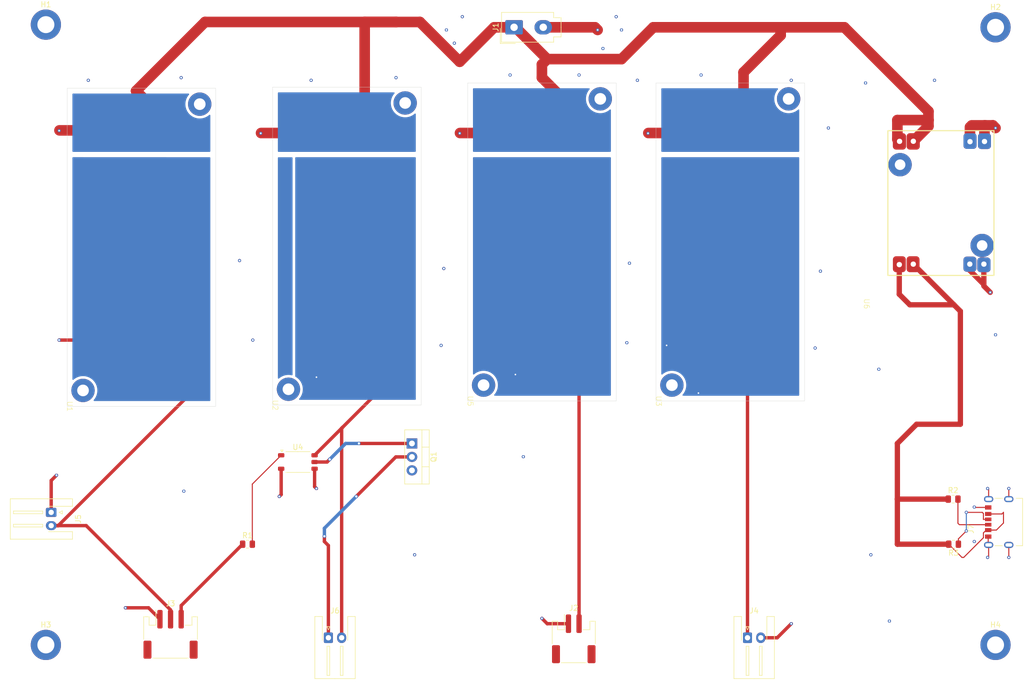
<source format=kicad_pcb>
(kicad_pcb (version 20241229) (generator "pcbnew") (generator_version "9.0")
  (layers (0 "F.Cu" signal) (2 "B.Cu" signal) (13 "F.Paste" user) (15 "B.Paste" user) (5 "F.SilkS" user "F.Silkscreen") (7 "B.SilkS" user "B.Silkscreen") (1 "F.Mask" user) (3 "B.Mask" user) (25 "Edge.Cuts" user))
  (net 0 "")
  (net 1 "-BATT")
  (net 2 "+BATT")
  (net 3 "/12V Reg3")
  (net 4 "/Reg3 GND")
  (net 5 "/Reg1 GND")
  (net 6 "/LiDAR On Pin")
  (net 7 "/12V Reg1")
  (net 8 "/19V GND")
  (net 9 "/19V")
  (net 10 "/12V Reg2")
  (net 11 "/LiDAR GND")
  (net 12 "/5V Reg1")
  (net 13 "/5V GND")
  (net 14 "/LiDAR Wire")
  (net 15 "/Reg2 GND")
  (net 16 "Net-(U4-Anode)")
  (net 17 "Net-(J7-CC1)")
  (net 18 "Net-(J7-CC2)")
  (footprint "MountingHole:MountingHole_3.2mm_M3_ISO7380_Pad" (layer "F.Cu") (at 15.5 132.5)
    (property "Reference" "H3" (at 0 -3.8 0) (layer "F.SilkS"))
    (property "Value" "MountingHole")
    (pad "1" thru_hole circle (at 0 0) (size 5.7 5.7) (drill 3.2) (layers "*.Cu" "*.Mask"))
  )
  (footprint "Resistor_SMD:R_0805_2012Metric" (layer "F.Cu") (at 186.5 105)
    (property "Reference" "R2" (at 0 -1.65 0) (layer "F.SilkS"))
    (property "Value" "10k")
    (fp_line (start -0.227064 -0.735) (end 0.227064 -0.735) (stroke (width 0.12)) (layer "F.SilkS"))
    (fp_line (start -0.227064 0.735) (end 0.227064 0.735) (stroke (width 0.12)) (layer "F.SilkS"))
    (pad "1" smd roundrect (at -0.9125 0) (size 1.025 1.4) (layers "F.Cu" "F.Mask" "F.Paste") (roundrect_rratio 0.243902) (net 12 "/5V Reg1"))
    (pad "2" smd roundrect (at 0.9125 0) (size 1.025 1.4) (layers "F.Cu" "F.Mask" "F.Paste") (roundrect_rratio 0.243902) (net 17 "Net-(J7-CC1)"))
  )
  (footprint "PowerDistro - now with 2 extra buck converters:Buck_Converter_Footprint" (layer "F.Cu") (at 130.5 86.5 -90)
    (property "Reference" "U3" (at 0 -0.5 270) (layer "F.SilkS") (effects (font (thickness 0.1))))
    (property "Value" "~")
    (fp_rect (start -60 -28) (end 0 0) (stroke (width 0.05)) (fill no) (layer "Edge.Cuts"))
    (pad "1" thru_hole circle (at -57 -25 270) (size 4.4 4.4) (drill 2.2) (layers "*.Cu" "*.Mask"))
    (pad "1" smd roundrect (at -50.5 -24 180) (size 3 4.2) (layers "F.Cu" "F.Mask" "F.Paste") (net 2 "+BATT"))
    (pad "1" thru_hole circle (at -3 -3 270) (size 4.4 4.4) (drill 2.2) (layers "*.Cu" "*.Mask"))
    (pad "2" smd roundrect (at -50.5 -6.5 180) (size 3 4.2) (layers "F.Cu" "F.Mask" "F.Paste") (net 1 "-BATT"))
    (pad "3" smd roundrect (at -12.5 -24 180) (size 3 4.2) (layers "F.Cu" "F.Mask" "F.Paste") (net 9 "/19V"))
    (pad "4" smd roundrect (at -12.5 -6.5 180) (size 3 4.2) (layers "F.Cu" "F.Mask" "F.Paste") (net 8 "/19V GND"))
  )
  (footprint "Resistor_SMD:R_0805_2012Metric" (layer "F.Cu") (at 186.5875 113.5 180)
    (property "Reference" "R3" (at 0 -1.65 0) (layer "F.SilkS"))
    (property "Value" "10k")
    (fp_line (start -0.227064 0.735) (end 0.227064 0.735) (stroke (width 0.12)) (layer "F.SilkS"))
    (fp_line (start -0.227064 -0.735) (end 0.227064 -0.735) (stroke (width 0.12)) (layer "F.SilkS"))
    (pad "1" smd roundrect (at -0.9125 0 180) (size 1.025 1.4) (layers "F.Cu" "F.Mask" "F.Paste") (roundrect_rratio 0.243902) (net 18 "Net-(J7-CC2)"))
    (pad "2" smd roundrect (at 0.9125 0 180) (size 1.025 1.4) (layers "F.Cu" "F.Mask" "F.Paste") (roundrect_rratio 0.243902) (net 12 "/5V Reg1"))
  )
  (footprint "Connector_JST:JST_PH_S2B-PH-SM4-TB_1x02-1MP_P2.00mm_Horizontal" (layer "F.Cu") (at 115 131.35)
    (property "Reference" "J2" (at 0 -5.8 0) (layer "F.SilkS"))
    (property "Value" "~")
    (fp_line (start -4.06 -3.31) (end -3.04 -3.31) (stroke (width 0.12)) (layer "F.SilkS"))
    (fp_line (start -4.06 0.94) (end -4.06 -3.31) (stroke (width 0.12)) (layer "F.SilkS"))
    (fp_line (start -3.04 -3.31) (end -3.04 -1.71) (stroke (width 0.12)) (layer "F.SilkS"))
    (fp_line (start -3.04 -1.71) (end -1.76 -1.71) (stroke (width 0.12)) (layer "F.SilkS"))
    (fp_line (start -2.34 4.51) (end 2.34 4.51) (stroke (width 0.12)) (layer "F.SilkS"))
    (fp_line (start -1.76 -1.71) (end -1.76 -4.6) (stroke (width 0.12)) (layer "F.SilkS"))
    (fp_line (start 3.04 -3.31) (end 3.04 -1.71) (stroke (width 0.12)) (layer "F.SilkS"))
    (fp_line (start 3.04 -1.71) (end 1.76 -1.71) (stroke (width 0.12)) (layer "F.SilkS"))
    (fp_line (start 4.06 -3.31) (end 3.04 -3.31) (stroke (width 0.12)) (layer "F.SilkS"))
    (fp_line (start 4.06 0.94) (end 4.06 -3.31) (stroke (width 0.12)) (layer "F.SilkS"))
    (pad "1" smd roundrect (at -1 -2.85) (size 1 3.5) (layers "F.Cu" "F.Mask" "F.Paste") (net 4 "/Reg3 GND"))
    (pad "2" smd roundrect (at 1 -2.85) (size 1 3.5) (layers "F.Cu" "F.Mask" "F.Paste") (net 3 "/12V Reg3"))
    (pad "MP" smd roundrect (at -3.35 2.9) (size 1.5 3.4) (layers "F.Cu" "F.Mask" "F.Paste") (roundrect_rratio 0.166667))
    (pad "MP" smd roundrect (at 3.35 2.9) (size 1.5 3.4) (layers "F.Cu" "F.Mask" "F.Paste") (roundrect_rratio 0.166667))
  )
  (footprint "Connector_JST:JST_XH_S2B-XH-A-1_1x02_P2.50mm_Horizontal" (layer "F.Cu") (at 16.5 107.5 -90)
    (property "Reference" "J5" (at 1.25 -5.1 90) (layer "F.SilkS"))
    (property "Value" "~")
    (fp_line (start -2.56 7.71) (end -2.56 -4.01) (stroke (width 0.12)) (layer "F.SilkS"))
    (fp_line (start 1.25 7.71) (end -2.56 7.71) (stroke (width 0.12)) (layer "F.SilkS"))
    (fp_line (start 1.25 7.71) (end 5.06 7.71) (stroke (width 0.12)) (layer "F.SilkS"))
    (fp_line (start 5.06 7.71) (end 5.06 -4.01) (stroke (width 0.12)) (layer "F.SilkS"))
    (fp_line (start -0.25 7.1) (end 0.25 7.1) (stroke (width 0.12)) (layer "F.SilkS"))
    (fp_line (start 0.25 7.1) (end 0.25 1.6) (stroke (width 0.12)) (layer "F.SilkS"))
    (fp_line (start 2.25 7.1) (end 2.75 7.1) (stroke (width 0.12)) (layer "F.SilkS"))
    (fp_line (start 2.75 7.1) (end 2.75 1.6) (stroke (width 0.12)) (layer "F.SilkS"))
    (fp_line (start -0.25 1.6) (end -0.25 7.1) (stroke (width 0.12)) (layer "F.SilkS"))
    (fp_line (start 0.25 1.6) (end -0.25 1.6) (stroke (width 0.12)) (layer "F.SilkS"))
    (fp_line (start 2.25 1.6) (end 2.25 7.1) (stroke (width 0.12)) (layer "F.SilkS"))
    (fp_line (start 2.75 1.6) (end 2.25 1.6) (stroke (width 0.12)) (layer "F.SilkS"))
    (fp_line (start 0 -1.5) (end -0.3 -2.1) (stroke (width 0.12)) (layer "F.SilkS"))
    (fp_line (start -0.3 -2.1) (end 0.3 -2.1) (stroke (width 0.12)) (layer "F.SilkS"))
    (fp_line (start 0.3 -2.1) (end 0 -1.5) (stroke (width 0.12)) (layer "F.SilkS"))
    (fp_line (start -2.56 -4.01) (end -1.14 -4.01) (stroke (width 0.12)) (layer "F.SilkS"))
    (fp_line (start -1.14 -4.01) (end -1.14 0.49) (stroke (width 0.12)) (layer "F.SilkS"))
    (fp_line (start 3.64 -4.01) (end 3.64 0.49) (stroke (width 0.12)) (layer "F.SilkS"))
    (fp_line (start 5.06 -4.01) (end 3.64 -4.01) (stroke (width 0.12)) (layer "F.SilkS"))
    (pad "1" thru_hole roundrect (at 0 0 270) (size 1.7 2) (drill 1) (layers "*.Cu" "*.Mask") (roundrect_rratio 0.147059) (net 5 "/Reg1 GND"))
    (pad "2" thru_hole oval (at 2.5 0 270) (size 1.7 2) (drill 1) (layers "*.Cu" "*.Mask") (net 7 "/12V Reg1"))
  )
  (footprint "PowerDistro - now with 2 extra buck converters:Buck_Converter_Footprint" (layer "F.Cu") (at 19.5 87.5 -90)
    (property "Reference" "U1" (at 0 -0.5 270) (layer "F.SilkS") (effects (font (thickness 0.1))))
    (property "Value" "~")
    (fp_rect (start -60 -28) (end 0 0) (stroke (width 0.05)) (fill no) (layer "Edge.Cuts"))
    (pad "1" thru_hole circle (at -57 -25 270) (size 4.4 4.4) (drill 2.2) (layers "*.Cu" "*.Mask"))
    (pad "1" smd roundrect (at -50.5 -24 180) (size 3 4.2) (layers "F.Cu" "F.Mask" "F.Paste") (net 2 "+BATT"))
    (pad "1" thru_hole circle (at -3 -3 270) (size 4.4 4.4) (drill 2.2) (layers "*.Cu" "*.Mask"))
    (pad "2" smd roundrect (at -50.5 -6.5 180) (size 3 4.2) (layers "F.Cu" "F.Mask" "F.Paste") (net 1 "-BATT"))
    (pad "3" smd roundrect (at -12.5 -24 180) (size 3 4.2) (layers "F.Cu" "F.Mask" "F.Paste") (net 7 "/12V Reg1"))
    (pad "4" smd roundrect (at -12.5 -6.5 180) (size 3 4.2) (layers "F.Cu" "F.Mask" "F.Paste") (net 5 "/Reg1 GND"))
  )
  (footprint "Package_TO_SOT_THT:TO-220-3_Vertical" (layer "F.Cu") (at 84.5 94.5 -90)
    (property "Reference" "Q1" (at 2.54 -4.1 90) (layer "F.SilkS"))
    (property "Value" "DMT6009LCT")
    (fp_line (start -2.57 1.36) (end 7.65 1.36) (stroke (width 0.12)) (layer "F.SilkS"))
    (fp_line (start -2.57 -1.88) (end 7.65 -1.88) (stroke (width 0.12)) (layer "F.SilkS"))
    (fp_line (start -2.57 -3.26) (end -2.57 1.36) (stroke (width 0.12)) (layer "F.SilkS"))
    (fp_line (start -2.57 -3.26) (end 7.65 -3.26) (stroke (width 0.12)) (layer "F.SilkS"))
    (fp_line (start 0.69 -3.26) (end 0.69 -1.88) (stroke (width 0.12)) (layer "F.SilkS"))
    (fp_line (start 4.39 -3.26) (end 4.39 -1.88) (stroke (width 0.12)) (layer "F.SilkS"))
    (fp_line (start 7.65 -3.26) (end 7.65 1.36) (stroke (width 0.12)) (layer "F.SilkS"))
    (pad "1" thru_hole rect (at 0 0 270) (size 1.905 2) (drill 1.1) (layers "*.Cu" "*.Mask") (net 14 "/LiDAR Wire"))
    (pad "2" thru_hole oval (at 2.54 0 270) (size 1.905 2) (drill 1.1) (layers "*.Cu" "*.Mask") (net 11 "/LiDAR GND"))
    (pad "3" thru_hole oval (at 5.08 0 270) (size 1.905 2) (drill 1.1) (layers "*.Cu" "*.Mask") (net 15 "/Reg2 GND"))
  )
  (footprint "USB-C:AMPHENOL_GSB1C411101DSHR" (layer "F.Cu") (at 197 109.32 90)
    (property "Reference" "J7" (at -1.325 -7.135 90) (layer "F.SilkS"))
    (property "Value" "GSB1C411101DSHR")
    (fp_line (start 4.47 -2.605) (end 4.47 -1.195) (stroke (width 0.127)) (layer "F.SilkS"))
    (fp_line (start -4.47 -2.605) (end -4.47 -1.195) (stroke (width 0.127)) (layer "F.SilkS"))
    (fp_line (start 4.47 1.395) (end 4.47 2.6) (stroke (width 0.127)) (layer "F.SilkS"))
    (fp_line (start 4.47 2.6) (end -4.47 2.6) (stroke (width 0.127)) (layer "F.SilkS"))
    (fp_line (start -4.47 2.6) (end -4.47 1.395) (stroke (width 0.127)) (layer "F.SilkS"))
    (pad "A5" smd rect (at -0.5 -3.88 90) (size 0.7 1.2) (layers "F.Cu" "F.Mask" "F.Paste") (net 17 "Net-(J7-CC1)"))
    (pad "A9" smd rect (at 1.52 -3.88 90) (size 0.76 1.2) (layers "F.Cu" "F.Mask" "F.Paste") (net 12 "/5V Reg1"))
    (pad "A12" smd rect (at 2.75 -3.88 90) (size 0.8 1.2) (layers "F.Cu" "F.Mask" "F.Paste") (net 13 "/5V GND"))
    (pad "B5" smd rect (at 0.5 -3.88 90) (size 0.7 1.2) (layers "F.Cu" "F.Mask" "F.Paste") (net 18 "Net-(J7-CC2)"))
    (pad "B9" smd rect (at -1.52 -3.88 90) (size 0.76 1.2) (layers "F.Cu" "F.Mask" "F.Paste") (net 12 "/5V Reg1"))
    (pad "B12" smd rect (at -2.75 -3.88 90) (size 0.8 1.2) (layers "F.Cu" "F.Mask" "F.Paste") (net 13 "/5V GND"))
    (pad "SH1" thru_hole oval (at -4.32 -3.8 90) (size 1.15 1.75) (drill oval 0.65 1.25) (layers "*.Cu" "*.Mask") (net 13 "/5V GND"))
    (pad "SH2" thru_hole oval (at 4.32 -3.8 90) (size 1.15 1.75) (drill oval 0.65 1.25) (layers "*.Cu" "*.Mask") (net 13 "/5V GND"))
    (pad "SH3" thru_hole oval (at -4.32 0 90) (size 1.15 1.75) (drill oval 0.65 1.25) (layers "*.Cu" "*.Mask") (net 13 "/5V GND"))
    (pad "SH4" thru_hole oval (at 4.32 0 90) (size 1.15 1.75) (drill oval 0.65 1.25) (layers "*.Cu" "*.Mask") (net 13 "/5V GND"))
  )
  (footprint "Package_SO:SO-5-6_4.55x3.7mm_P1.27mm" (layer "F.Cu") (at 63 98)
    (property "Reference" "U4" (at 0 -2.8 0) (layer "F.SilkS"))
    (property "Value" "Optoisolators")
    (fp_line (start 0 -1.96) (end -2.275 -1.96) (stroke (width 0.12)) (layer "F.SilkS"))
    (fp_line (start 0 -1.96) (end 2.275 -1.96) (stroke (width 0.12)) (layer "F.SilkS"))
    (fp_line (start 0 1.96) (end -2.275 1.96) (stroke (width 0.12)) (layer "F.SilkS"))
    (fp_line (start 0 1.96) (end 2.275 1.96) (stroke (width 0.12)) (layer "F.SilkS"))
    (fp_poly (pts (xy -3.0125 -1.93) (xy -3.2525 -2.26) (xy -2.7725 -2.26)) (stroke (width 0.12)) (fill yes) (layer "F.SilkS"))
    (pad "1" smd roundrect (at -3.15 -1.27) (size 1.2 0.8) (layers "F.Cu" "F.Mask" "F.Paste") (net 16 "Net-(U4-Anode)"))
    (pad "3" smd roundrect (at -3.15 1.27) (size 1.2 0.8) (layers "F.Cu" "F.Mask" "F.Paste") (net 5 "/Reg1 GND"))
    (pad "4" smd roundrect (at 3.15 1.27) (size 1.2 0.8) (layers "F.Cu" "F.Mask" "F.Paste") (net 15 "/Reg2 GND"))
    (pad "5" smd roundrect (at 3.15 0) (size 1.2 0.8) (layers "F.Cu" "F.Mask" "F.Paste") (net 14 "/LiDAR Wire"))
    (pad "6" smd roundrect (at 3.15 -1.27) (size 1.2 0.8) (layers "F.Cu" "F.Mask" "F.Paste") (net 10 "/12V Reg2"))
  )
  (footprint "Resistor_SMD:R_0805_2012Metric" (layer "F.Cu") (at 53.5 113.5)
    (property "Reference" "R1" (at 0 -1.65 0) (layer "F.SilkS"))
    (property "Value" "174")
    (fp_line (start -0.227064 -0.735) (end 0.227064 -0.735) (stroke (width 0.12)) (layer "F.SilkS"))
    (fp_line (start -0.227064 0.735) (end 0.227064 0.735) (stroke (width 0.12)) (layer "F.SilkS"))
    (pad "1" smd roundrect (at -0.9125 0) (size 1.025 1.4) (layers "F.Cu" "F.Mask" "F.Paste") (roundrect_rratio 0.243902) (net 6 "/LiDAR On Pin"))
    (pad "2" smd roundrect (at 0.9125 0) (size 1.025 1.4) (layers "F.Cu" "F.Mask" "F.Paste") (roundrect_rratio 0.243902) (net 16 "Net-(U4-Anode)"))
  )
  (footprint "Connector_JST:JST_XH_S2B-XH-A-1_1x02_P2.50mm_Horizontal" (layer "F.Cu") (at 68.75 131.15)
    (property "Reference" "J6" (at 1.25 -5.1 0) (layer "F.SilkS"))
    (property "Value" "~")
    (fp_line (start -2.56 -4.01) (end -1.14 -4.01) (stroke (width 0.12)) (layer "F.SilkS"))
    (fp_line (start -2.56 7.71) (end -2.56 -4.01) (stroke (width 0.12)) (layer "F.SilkS"))
    (fp_line (start -1.14 -4.01) (end -1.14 0.49) (stroke (width 0.12)) (layer "F.SilkS"))
    (fp_line (start -0.3 -2.1) (end 0.3 -2.1) (stroke (width 0.12)) (layer "F.SilkS"))
    (fp_line (start -0.25 1.6) (end -0.25 7.1) (stroke (width 0.12)) (layer "F.SilkS"))
    (fp_line (start -0.25 7.1) (end 0.25 7.1) (stroke (width 0.12)) (layer "F.SilkS"))
    (fp_line (start 0 -1.5) (end -0.3 -2.1) (stroke (width 0.12)) (layer "F.SilkS"))
    (fp_line (start 0.25 1.6) (end -0.25 1.6) (stroke (width 0.12)) (layer "F.SilkS"))
    (fp_line (start 0.25 7.1) (end 0.25 1.6) (stroke (width 0.12)) (layer "F.SilkS"))
    (fp_line (start 0.3 -2.1) (end 0 -1.5) (stroke (width 0.12)) (layer "F.SilkS"))
    (fp_line (start 1.25 7.71) (end -2.56 7.71) (stroke (width 0.12)) (layer "F.SilkS"))
    (fp_line (start 1.25 7.71) (end 5.06 7.71) (stroke (width 0.12)) (layer "F.SilkS"))
    (fp_line (start 2.25 1.6) (end 2.25 7.1) (stroke (width 0.12)) (layer "F.SilkS"))
    (fp_line (start 2.25 7.1) (end 2.75 7.1) (stroke (width 0.12)) (layer "F.SilkS"))
    (fp_line (start 2.75 1.6) (end 2.25 1.6) (stroke (width 0.12)) (layer "F.SilkS"))
    (fp_line (start 2.75 7.1) (end 2.75 1.6) (stroke (width 0.12)) (layer "F.SilkS"))
    (fp_line (start 3.64 -4.01) (end 3.64 0.49) (stroke (width 0.12)) (layer "F.SilkS"))
    (fp_line (start 5.06 -4.01) (end 3.64 -4.01) (stroke (width 0.12)) (layer "F.SilkS"))
    (fp_line (start 5.06 7.71) (end 5.06 -4.01) (stroke (width 0.12)) (layer "F.SilkS"))
    (pad "1" thru_hole roundrect (at 0 0) (size 1.7 2) (drill 1) (layers "*.Cu" "*.Mask") (roundrect_rratio 0.147059) (net 11 "/LiDAR GND"))
    (pad "2" thru_hole oval (at 2.5 0) (size 1.7 2) (drill 1) (layers "*.Cu" "*.Mask") (net 10 "/12V Reg2"))
  )
  (footprint "PowerDistro - now with 2 extra buck converters:Buck_Converter_Footprint" (layer "F.Cu") (at 95 86.5 -90)
    (property "Reference" "U5" (at 0 -0.5 270) (layer "F.SilkS") (effects (font (thickness 0.1))))
    (property "Value" "~")
    (fp_rect (start -60 -28) (end 0 0) (stroke (width 0.05)) (fill no) (layer "Edge.Cuts"))
    (pad "1" thru_hole circle (at -57 -25 270) (size 4.4 4.4) (drill 2.2) (layers "*.Cu" "*.Mask"))
    (pad "1" smd roundrect (at -50.5 -24 180) (size 3 4.2) (layers "F.Cu" "F.Mask" "F.Paste") (net 2 "+BATT"))
    (pad "1" thru_hole circle (at -3 -3 270) (size 4.4 4.4) (drill 2.2) (layers "*.Cu" "*.Mask"))
    (pad "2" smd roundrect (at -50.5 -6.5 180) (size 3 4.2) (layers "F.Cu" "F.Mask" "F.Paste") (net 1 "-BATT"))
    (pad "3" smd roundrect (at -12.5 -24 180) (size 3 4.2) (layers "F.Cu" "F.Mask" "F.Paste") (net 3 "/12V Reg3"))
    (pad "4" smd roundrect (at -12.5 -6.5 180) (size 3 4.2) (layers "F.Cu" "F.Mask" "F.Paste") (net 4 "/Reg3 GND"))
  )
  (footprint "Connector_JST:JST_PH_S3B-PH-SM4-TB_1x03-1MP_P2.00mm_Horizontal" (layer "F.Cu") (at 39 130.5)
    (property "Reference" "J3" (at 0 -5.8 0) (layer "F.SilkS"))
    (property "Value" "12V")
    (fp_line (start -5.06 -3.31) (end -4.04 -3.31) (stroke (width 0.12)) (layer "F.SilkS"))
    (fp_line (start -5.06 0.94) (end -5.06 -3.31) (stroke (width 0.12)) (layer "F.SilkS"))
    (fp_line (start -4.04 -3.31) (end -4.04 -1.71) (stroke (width 0.12)) (layer "F.SilkS"))
    (fp_line (start -4.04 -1.71) (end -2.76 -1.71) (stroke (width 0.12)) (layer "F.SilkS"))
    (fp_line (start -3.34 4.51) (end 3.34 4.51) (stroke (width 0.12)) (layer "F.SilkS"))
    (fp_line (start -2.76 -1.71) (end -2.76 -4.6) (stroke (width 0.12)) (layer "F.SilkS"))
    (fp_line (start 4.04 -3.31) (end 4.04 -1.71) (stroke (width 0.12)) (layer "F.SilkS"))
    (fp_line (start 4.04 -1.71) (end 2.76 -1.71) (stroke (width 0.12)) (layer "F.SilkS"))
    (fp_line (start 5.06 -3.31) (end 4.04 -3.31) (stroke (width 0.12)) (layer "F.SilkS"))
    (fp_line (start 5.06 0.94) (end 5.06 -3.31) (stroke (width 0.12)) (layer "F.SilkS"))
    (pad "1" smd roundrect (at -2 -2.85) (size 1 3.5) (layers "F.Cu" "F.Mask" "F.Paste") (net 5 "/Reg1 GND"))
    (pad "2" smd roundrect (at 0 -2.85) (size 1 3.5) (layers "F.Cu" "F.Mask" "F.Paste") (net 7 "/12V Reg1"))
    (pad "3" smd roundrect (at 2 -2.85) (size 1 3.5) (layers "F.Cu" "F.Mask" "F.Paste") (net 6 "/LiDAR On Pin"))
    (pad "MP" smd roundrect (at -4.35 2.9) (size 1.5 3.4) (layers "F.Cu" "F.Mask" "F.Paste") (roundrect_rratio 0.166667))
    (pad "MP" smd roundrect (at 4.35 2.9) (size 1.5 3.4) (layers "F.Cu" "F.Mask" "F.Paste") (roundrect_rratio 0.166667))
  )
  (footprint "MountingHole:MountingHole_3.2mm_M3_ISO7380_Pad" (layer "F.Cu") (at 15.5 15.5)
    (property "Reference" "H1" (at 0 -3.8 0) (layer "F.SilkS"))
    (property "Value" "MountingHole")
    (pad "1" thru_hole circle (at 0 0) (size 5.7 5.7) (drill 3.2) (layers "*.Cu" "*.Mask"))
  )
  (footprint "MountingHole:MountingHole_3.2mm_M3_ISO7380_Pad" (layer "F.Cu") (at 194.5 132.5)
    (property "Reference" "H4" (at 0 -3.8 0) (layer "F.SilkS"))
    (property "Value" "MountingHole")
    (pad "1" thru_hole circle (at 0 0) (size 5.7 5.7) (drill 3.2) (layers "*.Cu" "*.Mask"))
  )
  (footprint "MountingHole:MountingHole_3.2mm_M3_ISO7380_Pad" (layer "F.Cu") (at 194.5 16)
    (property "Reference" "H2" (at 0 -3.8 0) (layer "F.SilkS"))
    (property "Value" "MountingHole")
    (pad "1" thru_hole circle (at 0 0) (size 5.7 5.7) (drill 3.2) (layers "*.Cu" "*.Mask"))
  )
  (footprint "PowerDistro - now with 2 extra buck converters:5V_Buck_Converter_Footprint" (layer "F.Cu") (at 169.707819 68.154941 -90)
    (property "Reference" "U6" (at 0 -0.5 270) (layer "F.SilkS") (effects (font (thickness 0.1))))
    (property "Value" "~")
    (fp_rect (start -32.6525 -24.5) (end -5.3475 -4.5) (stroke (width 0.2)) (fill no) (layer "F.SilkS"))
    (pad "1" thru_hole roundrect (at -30.654941 -9.300188 180) (size 2.490122 3.108039) (drill 1 (offset 0.023851 -0.022799)) (layers "*.Cu" "*.Mask") (remove_unused_layers yes) (net 2 "+BATT"))
    (pad "1" thru_hole roundrect (at -30.637558 -6.70226 180) (size 2.497928 3.10804) (drill 1 (offset 0.019948 -0.005416)) (layers "*.Cu" "*.Mask") (remove_unused_layers yes) (net 2 "+BATT"))
    (pad "1" thru_hole circle (at -26.236285 -6.803329 270) (size 4.4 4.4) (drill 2) (layers "*.Cu" "*.Mask"))
    (pad "1" thru_hole circle (at -10.996007 -22.265448 270) (size 4.4 4.4) (drill 2) (layers "*.Cu" "*.Mask"))
    (pad "2" thru_hole roundrect (at -30.610561 -22.712342 180) (size 2.452497 2.96553) (drill 1 (offset 0.004818 0.067863)) (layers "*.Cu" "*.Mask") (remove_unused_layers yes) (zone_layer_connections "B.Cu") (net 1 "-BATT"))
    (pad "2" thru_hole roundrect (at -30.582467 -19.981276 180) (size 2.470752 2.951958) (drill 1 (offset -0.00431 0.114143)) (layers "*.Cu" "*.Mask") (remove_unused_layers yes) (zone_layer_connections "B.Cu") (net 1 "-BATT"))
    (pad "3" thru_hole roundrect (at -7.478504 -9.292181 180) (size 2.430744 3.007944) (drill 1 (offset 0.045533 -0.014421)) (layers "*.Cu" "*.Mask") (remove_unused_layers yes) (net 12 "/5V Reg1"))
    (pad "3" thru_hole roundrect (at -7.390886 -6.656453 180) (size 2.435728 3.007942) (drill 1 (offset -0.006959 0.073196)) (layers "*.Cu" "*.Mask") (remove_unused_layers yes) (net 12 "/5V Reg1"))
    (pad "4" thru_hole roundrect (at -7.482498 -22.597029 180) (size 2.494288 2.767294) (drill 1 (offset -0.005186 -0.133651)) (layers "*.Cu" "*.Mask") (remove_unused_layers yes) (zone_layer_connections "B.Cu") (net 13 "/5V GND"))
    (pad "4" thru_hole roundrect (at -7.482498 -19.940267 180) (size 2.442804 2.850163) (drill 1 (offset -0.020553 -0.010783)) (layers "*.Cu" "*.Mask") (remove_unused_layers yes) (zone_layer_connections "B.Cu") (net 13 "/5V GND"))
  )
  (footprint "PowerDistro - now with 2 extra buck converters:Buck_Converter_Footprint" (layer "F.Cu") (at 58.225 87.275 -90)
    (property "Reference" "U2" (at 0 -0.5 270) (layer "F.SilkS") (effects (font (thickness 0.1))))
    (property "Value" "~")
    (fp_rect (start -60 -28) (end 0 0) (stroke (width 0.05)) (fill no) (layer "Edge.Cuts"))
    (pad "1" thru_hole circle (at -57 -25 270) (size 4.4 4.4) (drill 2.2) (layers "*.Cu" "*.Mask"))
    (pad "1" smd roundrect (at -50.5 -24 180) (size 3 4.2) (layers "F.Cu" "F.Mask" "F.Paste") (net 2 "+BATT"))
    (pad "1" thru_hole circle (at -3 -3 270) (size 4.4 4.4) (drill 2.2) (layers "*.Cu" "*.Mask"))
    (pad "2" smd roundrect (at -50.5 -6.5 180) (size 3 4.2) (layers "F.Cu" "F.Mask" "F.Paste") (net 1 "-BATT"))
    (pad "3" smd roundrect (at -12.5 -24 180) (size 3 4.2) (layers "F.Cu" "F.Mask" "F.Paste") (net 10 "/12V Reg2"))
    (pad "4" smd roundrect (at -12.5 -6.5 180) (size 3 4.2) (layers "F.Cu" "F.Mask" "F.Paste") (net 15 "/Reg2 GND"))
  )
  (footprint "Connector_JST:JST_XH_S2B-XH-A-1_1x02_P2.50mm_Horizontal" (layer "F.Cu") (at 147.75 131.15)
    (property "Reference" "J4" (at 1.25 -5.1 0) (layer "F.SilkS"))
    (property "Value" "~")
    (fp_line (start -2.56 -4.01) (end -1.14 -4.01) (stroke (width 0.12)) (layer "F.SilkS"))
    (fp_line (start -2.56 7.71) (end -2.56 -4.01) (stroke (width 0.12)) (layer "F.SilkS"))
    (fp_line (start -1.14 -4.01) (end -1.14 0.49) (stroke (width 0.12)) (layer "F.SilkS"))
    (fp_line (start -0.3 -2.1) (end 0.3 -2.1) (stroke (width 0.12)) (layer "F.SilkS"))
    (fp_line (start -0.25 1.6) (end -0.25 7.1) (stroke (width 0.12)) (layer "F.SilkS"))
    (fp_line (start -0.25 7.1) (end 0.25 7.1) (stroke (width 0.12)) (layer "F.SilkS"))
    (fp_line (start 0 -1.5) (end -0.3 -2.1) (stroke (width 0.12)) (layer "F.SilkS"))
    (fp_line (start 0.25 1.6) (end -0.25 1.6) (stroke (width 0.12)) (layer "F.SilkS"))
    (fp_line (start 0.25 7.1) (end 0.25 1.6) (stroke (width 0.12)) (layer "F.SilkS"))
    (fp_line (start 0.3 -2.1) (end 0 -1.5) (stroke (width 0.12)) (layer "F.SilkS"))
    (fp_line (start 1.25 7.71) (end -2.56 7.71) (stroke (width 0.12)) (layer "F.SilkS"))
    (fp_line (start 1.25 7.71) (end 5.06 7.71) (stroke (width 0.12)) (layer "F.SilkS"))
    (fp_line (start 2.25 1.6) (end 2.25 7.1) (stroke (width 0.12)) (layer "F.SilkS"))
    (fp_line (start 2.25 7.1) (end 2.75 7.1) (stroke (width 0.12)) (layer "F.SilkS"))
    (fp_line (start 2.75 1.6) (end 2.25 1.6) (stroke (width 0.12)) (layer "F.SilkS"))
    (fp_line (start 2.75 7.1) (end 2.75 1.6) (stroke (width 0.12)) (layer "F.SilkS"))
    (fp_line (start 3.64 -4.01) (end 3.64 0.49) (stroke (width 0.12)) (layer "F.SilkS"))
    (fp_line (start 5.06 -4.01) (end 3.64 -4.01) (stroke (width 0.12)) (layer "F.SilkS"))
    (fp_line (start 5.06 7.71) (end 5.06 -4.01) (stroke (width 0.12)) (layer "F.SilkS"))
    (pad "1" thru_hole roundrect (at 0 0) (size 1.7 2) (drill 1) (layers "*.Cu" "*.Mask") (roundrect_rratio 0.147059) (net 9 "/19V"))
    (pad "2" thru_hole oval (at 2.5 0) (size 1.7 2) (drill 1) (layers "*.Cu" "*.Mask") (net 8 "/19V GND"))
  )
  (footprint "Connector_Molex:Molex_Mini-Fit_Jr_5566-02A_2x01_P4.20mm_Vertical" (layer "F.Cu") (at 103.75 16 90)
    (property "Reference" "J1" (at 0 -3.45 90) (layer "F.SilkS"))
    (property "Value" "~")
    (fp_line (start -0.2 -2.6) (end -3.05 -2.6) (stroke (width 0.12)) (layer "F.SilkS"))
    (fp_line (start -3.05 -2.6) (end -3.05 0.25) (stroke (width 0.12)) (layer "F.SilkS"))
    (fp_line (start 2.81 -2.36) (end 2.81 7.46) (stroke (width 0.12)) (layer "F.SilkS"))
    (fp_line (start 0 -2.36) (end 2.81 -2.36) (stroke (width 0.12)) (layer "F.SilkS"))
    (fp_line (start 0 -2.36) (end -2.81 -2.36) (stroke (width 0.12)) (layer "F.SilkS"))
    (fp_line (start -2.81 -2.36) (end -2.81 7.46) (stroke (width 0.12)) (layer "F.SilkS"))
    (fp_line (start 2.81 7.46) (end 1.81 7.46) (stroke (width 0.12)) (layer "F.SilkS"))
    (fp_line (start 1.81 7.46) (end 1.81 8.86) (stroke (width 0.12)) (layer "F.SilkS"))
    (fp_line (start -1.81 7.46) (end -1.81 8.86) (stroke (width 0.12)) (layer "F.SilkS"))
    (fp_line (start -2.81 7.46) (end -1.81 7.46) (stroke (width 0.12)) (layer "F.SilkS"))
    (fp_line (start 1.81 8.86) (end 0 8.86) (stroke (width 0.12)) (layer "F.SilkS"))
    (fp_line (start -1.81 8.86) (end 0 8.86) (stroke (width 0.12)) (layer "F.SilkS"))
    (pad "1" thru_hole roundrect (at 0 0 90) (size 2.7 3.3) (drill 1.4) (layers "*.Cu" "*.Mask") (roundrect_rratio 0.092593) (net 2 "+BATT"))
    (pad "2" thru_hole oval (at 0 5.5 90) (size 2.7 3.3) (drill 1.4) (layers "*.Cu" "*.Mask") (net 1 "-BATT"))
  )
  (segment (start 56.058 35.942) (end 56 36) (width 0.8) (layer "F.Cu") (net 1))
  (segment (start 192.412154 34.587846) (end 192.5 34.5) (width 0.8) (layer "F.Cu") (net 1))
  (segment (start 192.5 34.5) (end 194 34.5) (width 2) (layer "F.Cu") (net 1))
  (segment (start 189.681088 34.818912) (end 190 34.5) (width 0.8) (layer "F.Cu") (net 1))
  (segment (start 65 36) (end 64.725 36.275) (width 2) (layer "F.Cu") (net 1))
  (segment (start 18.058 35.442) (end 18 35.5) (width 0.8) (layer "F.Cu") (net 1))
  (segment (start 26 37) (end 24.442 35.442) (width 2) (layer "F.Cu") (net 1))
  (segment (start 192.412154 37.54438) (end 192.412154 34.587846) (width 2) (layer "F.Cu") (net 1))
  (segment (start 101.442 35.942) (end 93.558 35.942) (width 2) (layer "F.Cu") (net 1))
  (segment (start 194 34.5) (end 194.5 35) (width 2) (layer "F.Cu") (net 1))
  (segment (start 64.725 36.275) (end 64.725 36.775) (width 2) (layer "F.Cu") (net 1))
  (segment (start 189.681088 37.572474) (end 189.681088 34.818912) (width 2) (layer "F.Cu") (net 1))
  (segment (start 190 34.5) (end 192.5 34.5) (width 2) (layer "F.Cu") (net 1))
  (segment (start 24.442 35.442) (end 18.058 35.442) (width 2) (layer "F.Cu") (net 1))
  (segment (start 64.725 36.775) (end 63.892 35.942) (width 2) (layer "F.Cu") (net 1))
  (segment (start 93.558 35.942) (end 93.5 36) (width 0.8) (layer "F.Cu") (net 1))
  (segment (start 137 36) (end 136.942 35.942) (width 2) (layer "F.Cu") (net 1))
  (segment (start 101.5 36) (end 101.442 35.942) (width 2) (layer "F.Cu") (net 1))
  (segment (start 119 16) (end 119.5 16.5) (width 2) (layer "F.Cu") (net 1))
  (segment (start 129.058 35.942) (end 129 36) (width 0.8) (layer "F.Cu") (net 1))
  (segment (start 109.25 16) (end 119 16) (width 2) (layer "F.Cu") (net 1))
  (segment (start 136.942 35.942) (end 129.058 35.942) (width 2) (layer "F.Cu") (net 1))
  (segment (start 63.892 35.942) (end 56.058 35.942) (width 2) (layer "F.Cu") (net 1))
  (via (at 23.5 26) (size 0.6) (drill 0.3) (layers "F.Cu" "B.Cu") (net 1))
  (via (at 123 14) (size 0.6) (drill 0.3) (layers "F.Cu" "B.Cu") (net 1))
  (via (at 65.5 26) (size 0.6) (drill 0.3) (layers "F.Cu" "B.Cu") (net 1))
  (via (at 81.5 25.5) (size 0.6) (drill 0.3) (layers "F.Cu" "B.Cu") (net 1))
  (via (at 183 26) (size 0.6) (drill 0.3) (layers "F.Cu" "B.Cu") (net 1))
  (via (at 156 26) (size 0.6) (drill 0.3) (layers "F.Cu" "B.Cu") (net 1))
  (via (at 18 35.5) (size 0.6) (drill 0.3) (layers "F.Cu" "B.Cu") (net 1))
  (via (at 194.5 35) (size 0.6) (drill 0.3) (layers "F.Cu" "B.Cu") (net 1))
  (via (at 119.5 16.5) (size 0.6) (drill 0.3) (layers "F.Cu" "B.Cu") (net 1))
  (via (at 92.5 19) (size 0.6) (drill 0.3) (layers "F.Cu" "B.Cu") (net 1))
  (via (at 139 25) (size 0.6) (drill 0.3) (layers "F.Cu" "B.Cu") (net 1))
  (via (at 170 26.5) (size 0.6) (drill 0.3) (layers "F.Cu" "B.Cu") (net 1))
  (via (at 127 26) (size 0.6) (drill 0.3) (layers "F.Cu" "B.Cu") (net 1))
  (via (at 124 16.5) (size 0.6) (drill 0.3) (layers "F.Cu" "B.Cu") (net 1))
  (via (at 94 14) (size 0.6) (drill 0.3) (layers "F.Cu" "B.Cu") (net 1))
  (via (at 41 25.5) (size 0.6) (drill 0.3) (layers "F.Cu" "B.Cu") (net 1))
  (via (at 116 25) (size 0.6) (drill 0.3) (layers "F.Cu" "B.Cu") (net 1))
  (via (at 103 25) (size 0.6) (drill 0.3) (layers "F.Cu" "B.Cu") (net 1))
  (via (at 129 36) (size 0.6) (drill 0.3) (layers "F.Cu" "B.Cu") (net 1))
  (via (at 56 36) (size 0.6) (drill 0.3) (layers "F.Cu" "B.Cu") (net 1))
  (via (at 93.5 36) (size 0.6) (drill 0.3) (layers "F.Cu" "B.Cu") (net 1))
  (via (at 91 16.5) (size 0.6) (drill 0.3) (layers "F.Cu" "B.Cu") (net 1))
  (via (at 163 35) (size 0.6) (drill 0.3) (layers "F.Cu" "B.Cu") (net 1))
  (via (at 120.5 20) (size 0.6) (drill 0.3) (layers "F.Cu" "B.Cu") (net 1))
  (segment (start 45.5 15) (end 32.5 28) (width 2) (layer "F.Cu") (net 2))
  (segment (start 81.5 15) (end 45.5 15) (width 2) (layer "F.Cu") (net 2))
  (segment (start 181.857 34.643) (end 181.857 33.5) (width 2) (layer "F.Cu") (net 2))
  (segment (start 181.857 31.857) (end 166 16) (width 2) (layer "F.Cu") (net 2))
  (segment (start 110 22) (end 104 16) (width 2) (layer "F.Cu") (net 2))
  (segment (start 119.374 35.874) (end 109 25.5) (width 2) (layer "F.Cu") (net 2))
  (segment (start 93.5 22.5) (end 86 15) (width 2) (layer "F.Cu") (net 2))
  (segment (start 154 17.5) (end 147 24.5) (width 2) (layer "F.Cu") (net 2))
  (segment (start 103.75 16) (end 100 16) (width 2) (layer "F.Cu") (net 2))
  (segment (start 44.442 35.442) (end 44.5 35.5) (width 0.8) (layer "F.Cu") (net 2))
  (segment (start 43.874 35.442) (end 44.442 35.442) (width 0.8) (layer "F.Cu") (net 2))
  (segment (start 178.982617 37.517383) (end 181.857 34.643) (width 2) (layer "F.Cu") (net 2))
  (segment (start 104 16) (end 103.75 16) (width 2) (layer "F.Cu") (net 2))
  (segment (start 130 16) (end 154 16) (width 2) (layer "F.Cu") (net 2))
  (segment (start 147 24.5) (end 147 29.068) (width 2) (layer "F.Cu") (net 2))
  (segment (start 81.5 15) (end 75.588509 15) (width 2) (layer "F.Cu") (net 2))
  (segment (start 109 23) (end 110 22) (width 2) (layer "F.Cu") (net 2))
  (segment (start 86 15) (end 81.5 15) (width 2) (layer "F.Cu") (net 2))
  (segment (start 75.588509 15) (end 75.588509 29.588509) (width 2) (layer "F.Cu") (net 2))
  (segment (start 119.374 35.942) (end 119.374 35.874) (width 2) (layer "F.Cu") (net 2))
  (segment (start 166 16) (end 154 16) (width 2) (layer "F.Cu") (net 2))
  (segment (start 110 22) (end 124 22) (width 2) (layer "F.Cu") (net 2))
  (segment (start 176 37.115311) (end 176.402072 37.517383) (width 2) (layer "F.Cu") (net 2))
  (segment (start 75.588509 29.588509) (end 82.5 36.5) (width 2) (layer "F.Cu") (net 2))
  (segment (start 176 33.5) (end 176 37.115311) (width 2) (layer "F.Cu") (net 2))
  (segment (start 154 16) (end 154 17.5) (width 2) (layer "F.Cu") (net 2))
  (segment (start 109 25.5) (end 109 23) (width 2) (layer "F.Cu") (net 2))
  (segment (start 181.857 33.5) (end 176 33.5) (width 2) (layer "F.Cu") (net 2))
  (segment (start 181.857 33.5) (end 181.857 31.857) (width 2) (layer "F.Cu") (net 2))
  (segment (start 39.942 35.442) (end 43.874 35.442) (width 2) (layer "F.Cu") (net 2))
  (segment (start 147 29.068) (end 153.874 35.942) (width 2) (layer "F.Cu") (net 2))
  (segment (start 100 16) (end 93.5 22.5) (width 2) (layer "F.Cu") (net 2))
  (segment (start 124 22) (end 130 16) (width 2) (layer "F.Cu") (net 2))
  (segment (start 32.5 28) (end 39.942 35.442) (width 2) (layer "F.Cu") (net 2))
  (segment (start 116 78.432) (end 119 75.432) (width 0.635) (layer "F.Cu") (net 3))
  (segment (start 119 75.432) (end 119 74) (width 0.635) (layer "F.Cu") (net 3))
  (segment (start 116 128.5) (end 116 78.432) (width 0.635) (layer "F.Cu") (net 3))
  (segment (start 101.5 74) (end 103.372 75.872) (width 0.635) (layer "F.Cu") (net 4))
  (segment (start 103.372 75.872) (end 103.372 80.872) (width 0.635) (layer "F.Cu") (net 4))
  (segment (start 110 128.5) (end 109 127.5) (width 0.635) (layer "F.Cu") (net 4))
  (segment (start 114 128.5) (end 110 128.5) (width 0.635) (layer "F.Cu") (net 4))
  (segment (start 103.372 80.872) (end 104 81.5) (width 0.635) (layer "F.Cu") (net 4))
  (via (at 104 81.5) (size 0.6) (drill 0.3) (layers "F.Cu" "B.Cu") (net 4))
  (via (at 105.5 97) (size 0.6) (drill 0.3) (layers "F.Cu" "B.Cu") (net 4))
  (via (at 125.5 60.5) (size 0.6) (drill 0.3) (layers "F.Cu" "B.Cu") (net 4))
  (via (at 109 127.5) (size 0.6) (drill 0.3) (layers "F.Cu" "B.Cu") (net 4))
  (via (at 125 75.5) (size 0.6) (drill 0.3) (layers "F.Cu" "B.Cu") (net 4))
  (segment (start 34.85 125.5) (end 30.5 125.5) (width 0.635) (layer "F.Cu") (net 5))
  (segment (start 26.775 74.225) (end 26 75) (width 0.635) (layer "F.Cu") (net 5))
  (segment (start 59.85 104.15) (end 59.5 104.5) (width 0.635) (layer "F.Cu") (net 5))
  (segment (start 37 127.65) (end 34.85 125.5) (width 0.635) (layer "F.Cu") (net 5))
  (segment (start 59.85 99.27) (end 59.85 104.15) (width 0.635) (layer "F.Cu") (net 5))
  (segment (start 16.5 101.5) (end 17.5 100.5) (width 0.635) (layer "F.Cu") (net 5))
  (segment (start 16.5 107.5) (end 16.5 101.5) (width 0.635) (layer "F.Cu") (net 5))
  (segment (start 26 75) (end 18 75) (width 0.635) (layer "F.Cu") (net 5))
  (via (at 59.5 104.5) (size 0.6) (drill 0.3) (layers "F.Cu" "B.Cu") (net 5))
  (via (at 18 75) (size 0.6) (drill 0.3) (layers "F.Cu" "B.Cu") (net 5))
  (via (at 17.5 100.5) (size 0.6) (drill 0.3) (layers "F.Cu" "B.Cu") (net 5))
  (via (at 52 60) (size 0.6) (drill 0.3) (layers "F.Cu" "B.Cu") (net 5))
  (via (at 41.5 103.5) (size 0.6) (drill 0.3) (layers "F.Cu" "B.Cu") (net 5))
  (via (at 54.5 75) (size 0.6) (drill 0.3) (layers "F.Cu" "B.Cu") (net 5))
  (via (at 30.5 125.5) (size 0.6) (drill 0.3) (layers "F.Cu" "B.Cu") (net 5))
  (segment (start 41 127.65) (end 41 125.0875) (width 0.635) (layer "F.Cu") (net 6))
  (segment (start 41 125.0875) (end 52.5875 113.5) (width 0.635) (layer "F.Cu") (net 6))
  (segment (start 39 127.65) (end 39 125.9) (width 0.635) (layer "F.Cu") (net 7))
  (segment (start 23.1 110) (end 16.5 110) (width 0.635) (layer "F.Cu") (net 7))
  (segment (start 17.835 110) (end 43.874 83.961) (width 0.635) (layer "F.Cu") (net 7))
  (segment (start 16.5 110) (end 17.835 110) (width 0.635) (layer "F.Cu") (net 7))
  (segment (start 39 125.9) (end 23.1 110) (width 0.635) (layer "F.Cu") (net 7))
  (segment (start 43.874 83.961) (end 43.874 74.558) (width 0.635) (layer "F.Cu") (net 7))
  (segment (start 16.585172 110) (end 16.5 110) (width 0.635) (layer "B.Cu") (net 7))
  (segment (start 137.872 75.058) (end 133.442 75.058) (width 0.635) (layer "F.Cu") (net 8))
  (segment (start 150.25 131.15) (end 153.35 131.15) (width 0.635) (layer "F.Cu") (net 8))
  (segment (start 133.442 75.058) (end 132.5 76) (width 0.635) (layer "F.Cu") (net 8))
  (segment (start 153.35 131.15) (end 156 128.5) (width 0.635) (layer "F.Cu") (net 8))
  (via (at 156 128.5) (size 0.6) (drill 0.3) (layers "F.Cu" "B.Cu") (net 8))
  (via (at 160.5 76.5) (size 0.6) (drill 0.3) (layers "F.Cu" "B.Cu") (net 8))
  (via (at 138.5 85) (size 0.6) (drill 0.3) (layers "F.Cu" "B.Cu") (net 8))
  (via (at 132.5 76) (size 0.6) (drill 0.3) (layers "F.Cu" "B.Cu") (net 8))
  (via (at 161.5 62) (size 0.6) (drill 0.3) (layers "F.Cu" "B.Cu") (net 8))
  (segment (start 147.75 131.15) (end 147.75 81.182) (width 0.635) (layer "F.Cu") (net 9))
  (segment (start 147.75 81.182) (end 153.874 75.058) (width 0.635) (layer "F.Cu") (net 9))
  (segment (start 82.225 74.747766) (end 81.974388 74.497154) (width 0.635) (layer "F.Cu") (net 10))
  (segment (start 82.225 80.655) (end 82.225 74.747766) (width 0.635) (layer "F.Cu") (net 10))
  (segment (start 66.15 96.73) (end 71.44 91.44) (width 0.635) (layer "F.Cu") (net 10))
  (segment (start 71.25 91.63) (end 71.44 91.44) (width 0.635) (layer "F.Cu") (net 10))
  (segment (start 71.44 91.44) (end 82.225 80.655) (width 0.635) (layer "F.Cu") (net 10))
  (segment (start 71.25 131.15) (end 71.25 91.63) (width 0.635) (layer "F.Cu") (net 10))
  (segment (start 81.46 97.04) (end 74 104.5) (width 0.635) (layer "F.Cu") (net 11))
  (segment (start 68.75 113.75) (end 68.75 131.15) (width 0.635) (layer "F.Cu") (net 11))
  (segment (start 84.5 97.04) (end 81.46 97.04) (width 0.635) (layer "F.Cu") (net 11))
  (segment (start 68 113) (end 68.75 113.75) (width 0.635) (layer "F.Cu") (net 11))
  (segment (start 68 112) (end 68 113) (width 0.635) (layer "F.Cu") (net 11))
  (via (at 74 104.5) (size 0.635) (drill 0.4) (layers "F.Cu" "B.Cu") (net 11))
  (via (at 68 112) (size 0.635) (drill 0.4) (layers "F.Cu" "B.Cu") (net 11))
  (segment (start 74 104.5) (end 68 110.5) (width 0.635) (layer "B.Cu") (net 11))
  (segment (start 68 110.5) (end 68 112) (width 0.635) (layer "B.Cu") (net 11))
  (segment (start 176.356265 66.356265) (end 176.356265 60.764055) (width 1) (layer "F.Cu") (net 12))
  (segment (start 187.874 90.874) (end 179.626 90.874) (width 1) (layer "F.Cu") (net 12))
  (segment (start 185.675 113.5) (end 188.175 116) (width 0.2) (layer "F.Cu") (net 12))
  (segment (start 192.219 111.369) (end 192.748 110.84) (width 0.2) (layer "F.Cu") (net 12))
  (segment (start 176 113.5) (end 185.675 113.5) (width 1) (layer "F.Cu") (net 12))
  (segment (start 196 107.5) (end 195.7 107.8) (width 0.2) (layer "F.Cu") (net 12))
  (segment (start 194.66 110.84) (end 196 109.5) (width 0.2) (layer "F.Cu") (net 12))
  (segment (start 178.991993 60.676437) (end 186.657778 68.342222) (width 1) (layer "F.Cu") (net 12))
  (segment (start 186.657778 68.342222) (end 187.874 69.558444) (width 1) (layer "F.Cu") (net 12))
  (segment (start 192.219 112.281) (end 192.219 111.369) (width 0.2) (layer "F.Cu") (net 12))
  (segment (start 176 105) (end 176 113.5) (width 1) (layer "F.Cu") (net 12))
  (segment (start 176 94.5) (end 176 105) (width 1) (layer "F.Cu") (net 12))
  (segment (start 179.626 90.874) (end 176 94.5) (width 1) (layer "F.Cu") (net 12))
  (segment (start 192.748 110.84) (end 193.12 110.84) (width 0.2) (layer "F.Cu") (net 12))
  (segment (start 187.874 69.558444) (end 187.874 90.874) (width 1) (layer "F.Cu") (net 12))
  (segment (start 196 109.5) (end 196 107.5) (width 0.2) (layer "F.Cu") (net 12))
  (segment (start 188.175 116) (end 188.5 116) (width 0.2) (layer "F.Cu") (net 12))
  (segment (start 176 105) (end 185.5875 105) (width 1) (layer "F.Cu") (net 12))
  (segment (start 178.342222 68.342222) (end 176.356265 66.356265) (width 1) (layer "F.Cu") (net 12))
  (segment (start 195.7 107.8) (end 193.12 107.8) (width 0.2) (layer "F.Cu") (net 12))
  (segment (start 186.657778 68.342222) (end 178.342222 68.342222) (width 1) (layer "F.Cu") (net 12))
  (segment (start 188.5 116) (end 192.219 112.281) (width 0.2) (layer "F.Cu") (net 12))
  (segment (start 193.12 110.84) (end 194.66 110.84) (width 0.2) (layer "F.Cu") (net 12))
  (segment (start 189.640079 61.843238) (end 189.640079 60.672443) (width 1) (layer "F.Cu") (net 13))
  (segment (start 193.2 113.64) (end 193.2 115.8) (width 0.2) (layer "F.Cu") (net 13))
  (segment (start 192.296841 64.796841) (end 192.296841 64.5) (width 0.2) (layer "F.Cu") (net 13))
  (segment (start 193.2 103.2) (end 193 103) (width 0.2) (layer "F.Cu") (net 13))
  (segment (start 193.2 105) (end 193.2 103.2) (width 0.2) (layer "F.Cu") (net 13))
  (segment (start 190.57 106.57) (end 190.5 106.5) (width 0.2) (layer "F.Cu") (net 13))
  (segment (start 193.5 66) (end 192.296841 64.796841) (width 1) (layer "F.Cu") (net 13))
  (segment (start 193.12 113.56) (end 193.2 113.64) (width 0.2) (layer "F.Cu") (net 13))
  (segment (start 193.12 106.57) (end 190.57 106.57) (width 0.2) (layer "F.Cu") (net 13))
  (segment (start 197 113.64) (end 197 116) (width 0.2) (layer "F.Cu") (net 13))
  (segment (start 192.296841 64.5) (end 192.296841 60.672443) (width 1) (layer "F.Cu") (net 13))
  (segment (start 192.296841 64.5) (end 189.640079 61.843238) (width 1) (layer "F.Cu") (net 13))
  (segment (start 193.2 115.8) (end 193 116) (width 0.2) (layer "F.Cu") (net 13))
  (segment (start 193.12 112.07) (end 193.12 113.56) (width 0.2) (layer "F.Cu") (net 13))
  (segment (start 197 105) (end 197 103) (width 0.2) (layer "F.Cu") (net 13))
  (via (at 194.5 74) (size 0.6) (drill 0.3) (layers "F.Cu" "B.Cu") (net 13))
  (via (at 197 103) (size 0.6) (drill 0.3) (layers "F.Cu" "B.Cu") (net 13))
  (via (at 171 115.5) (size 0.6) (drill 0.3) (layers "F.Cu" "B.Cu") (net 13))
  (via (at 190.5 106.5) (size 0.6) (drill 0.3) (layers "F.Cu" "B.Cu") (net 13))
  (via (at 174.5 128) (size 0.6) (drill 0.3) (layers "F.Cu" "B.Cu") (net 13))
  (via (at 190.5 113) (size 0.6) (drill 0.3) (layers "F.Cu" "B.Cu") (net 13))
  (via (at 193.5 66) (size 0.6) (drill 0.3) (layers "F.Cu" "B.Cu") (net 13))
  (via (at 172.5 80.5) (size 0.6) (drill 0.3) (layers "F.Cu" "B.Cu") (net 13))
  (via (at 193 103) (size 0.6) (drill 0.3) (layers "F.Cu" "B.Cu") (net 13))
  (via (at 193 116) (size 0.6) (drill 0.3) (layers "F.Cu" "B.Cu") (net 13))
  (via (at 197 116) (size 0.6) (drill 0.3) (layers "F.Cu" "B.Cu") (net 13))
  (segment (start 84.5 94.5) (end 74.5 94.5) (width 0.635) (layer "F.Cu") (net 14))
  (segment (start 68.5 98) (end 66.15 98) (width 0.635) (layer "F.Cu") (net 14))
  (segment (start 69 97.5) (end 68.5 98) (width 0.635) (layer "F.Cu") (net 14))
  (via (at 74.5 94.5) (size 0.635) (drill 0.4) (layers "F.Cu" "B.Cu") (net 14))
  (via (at 69 97.5) (size 0.635) (drill 0.4) (layers "F.Cu" "B.Cu") (net 14))
  (segment (start 72 94.5) (end 69 97.5) (width 0.635) (layer "B.Cu") (net 14))
  (segment (start 74.5 94.5) (end 72 94.5) (width 0.635) (layer "B.Cu") (net 14))
  (segment (start 66.15 99.27) (end 66.15 102.65) (width 0.635) (layer "F.Cu") (net 15))
  (segment (start 66.15 102.65) (end 66.5 103) (width 0.635) (layer "F.Cu") (net 15))
  (segment (start 64.725 80.225) (end 66.5 82) (width 0.635) (layer "F.Cu") (net 15))
  (segment (start 64.725 74.275) (end 64.725 80.225) (width 0.635) (layer "F.Cu") (net 15))
  (segment (start 65 74) (end 64.725 74.275) (width 0.635) (layer "F.Cu") (net 15))
  (via (at 85 115.5) (size 0.6) (drill 0.3) (layers "F.Cu" "B.Cu") (net 15))
  (via (at 66.5 103) (size 0.6) (drill 0.3) (layers "F.Cu" "B.Cu") (net 15))
  (via (at 90.5 61.5) (size 0.6) (drill 0.3) (layers "F.Cu" "B.Cu") (net 15))
  (via (at 90 76) (size 0.6) (drill 0.3) (layers "F.Cu" "B.Cu") (net 15))
  (via (at 66.5 82) (size 0.6) (drill 0.3) (layers "F.Cu" "B.Cu") (net 15))
  (segment (start 54.4125 102.1675) (end 59.85 96.73) (width 0.2) (layer "F.Cu") (net 16))
  (segment (start 54.4125 113.5) (end 54.4125 102.1675) (width 0.2) (layer "F.Cu") (net 16))
  (segment (start 187.68 109.82) (end 187.4125 109.5525) (width 0.2) (layer "F.Cu") (net 17))
  (segment (start 193.12 109.82) (end 187.68 109.82) (width 0.2) (layer "F.Cu") (net 17))
  (segment (start 187.4125 109.5525) (end 187.4125 105) (width 0.2) (layer "F.Cu") (net 17))
  (segment (start 187.5 112.5) (end 187.5 113.5) (width 0.2) (layer "F.Cu") (net 18))
  (segment (start 193.12 108.82) (end 192.219 108.82) (width 0.2) (layer "F.Cu") (net 18))
  (segment (start 192 107.5) (end 189 107.5) (width 0.2) (layer "F.Cu") (net 18))
  (segment (start 189 111) (end 187.5 112.5) (width 0.2) (layer "F.Cu") (net 18))
  (segment (start 192.219 107.719) (end 192 107.5) (width 0.2) (layer "F.Cu") (net 18))
  (segment (start 192.219 108.82) (end 192.219 107.719) (width 0.2) (layer "F.Cu") (net 18))
  (via (at 189 107.5) (size 0.6) (drill 0.3) (layers "F.Cu" "B.Cu") (net 18))
  (via (at 189 111) (size 0.6) (drill 0.3) (layers "F.Cu" "B.Cu") (net 18))
  (segment (start 189 107.5) (end 189 111) (width 0.2) (layer "B.Cu") (net 18))
  (zone (net 15) (net_name "/Reg2 GND") (layer "B.Cu") (priority 1) (connect_pads yes (clearance 0.5)) (min_thickness 0.25) (fill yes (thermal_gap 0.5) (thermal_bridge_width 0.5))
    (polygon (pts (xy 62.5 40.5) (xy 93 40.5) (xy 93 136) (xy 62.5 136)))
  )
  (zone (net 1) (net_name "-BATT") (layer "B.Cu") (name "BatteryGND") (connect_pads yes (clearance 0.5)) (min_thickness 0.25) (fill yes (thermal_gap 0.5) (thermal_bridge_width 0.5) (island_removal_mode 1) (island_area_min 10))
    (polygon (pts (xy 12 12) (xy 12 39.5) (xy 198 39.5) (xy 198 12)))
  )
  (zone (net 4) (net_name "/Reg3 GND") (layer "B.Cu") (priority 2) (connect_pads yes (clearance 0.5)) (min_thickness 0.25) (fill yes (thermal_gap 0.5) (thermal_bridge_width 0.5))
    (polygon (pts (xy 93.5 40.5) (xy 128.5 40.5) (xy 128.5 136) (xy 93.5 136)))
  )
  (zone (net 5) (net_name "/Reg1 GND") (layer "B.Cu") (connect_pads yes (clearance 0.5)) (min_thickness 0.25) (fill yes (thermal_gap 0.5) (thermal_bridge_width 0.5) (island_removal_mode 1) (island_area_min 10))
    (polygon (pts (xy 11.999609 40.494094) (xy 11.999609 135.994094) (xy 61.999609 135.994094) (xy 61.999609 40.513779)))
  )
  (zone (net 8) (net_name "/19V GND") (layer "B.Cu") (priority 3) (connect_pads yes (clearance 0.5)) (min_thickness 0.25) (fill yes (thermal_gap 0.5) (thermal_bridge_width 0.5))
    (polygon (pts (xy 129 40.5) (xy 163 40.5) (xy 163 136) (xy 129 136)))
  )
)
</source>
